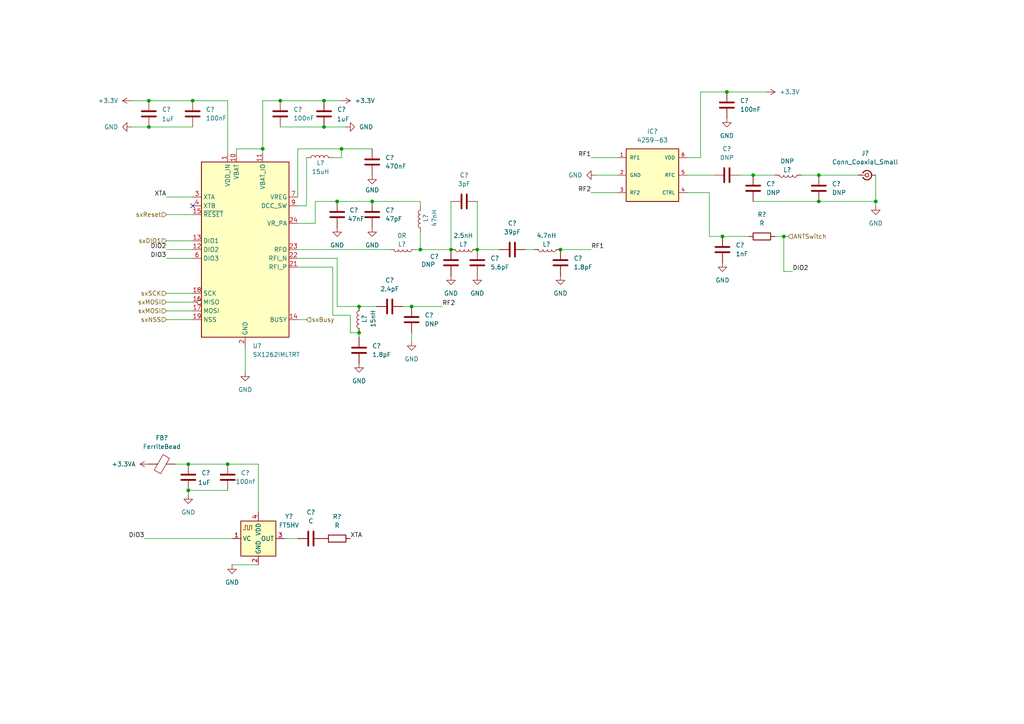
<source format=kicad_sch>
(kicad_sch (version 20250114) (generator "eeschema") (generator_version "9.0")
  (paper "A4")
  (lib_symbols
    (symbol "4259-63:4259-63" (pin_names (offset 1.016))
      (property "Reference" "IC" (at -7.62 10.16 0))
      (property "Value" "4259-63" (at 0 -10.16 0))
      (symbol "4259-63_0_0"
        (rectangle (start -7.62 -7.62) (end 7.62 7.62) (stroke (width 0.254)) (fill (type background)))
        (pin bidirectional line (at -10.16 5.08 0) (length 2.54) (name "RF1") (number "1"))
        (pin bidirectional line (at -10.16 0 0) (length 2.54) (name "GND") (number "2"))
        (pin bidirectional line (at -10.16 -5.08 0) (length 2.54) (name "RF2") (number "3"))
        (pin bidirectional line (at 10.16 5.08 180) (length 2.54) (name "VDD") (number "6"))
        (pin bidirectional line (at 10.16 0 180) (length 2.54) (name "RFC") (number "5"))
        (pin bidirectional line (at 10.16 -5.08 180) (length 2.54) (name "CTRL") (number "4"))
      )
    )
    (symbol "Connector:Conn_Coaxial_Small" (pin_numbers (hide yes)) (pin_names (offset 1.016) (hide yes))
      (property "Reference" "J" (at 0.254 3.048 0))
      (property "Value" "Conn_Coaxial_Small" (at 0 -3.81 0))
      (symbol "Conn_Coaxial_Small_0_1"
        (polyline (pts (xy -2.54 0) (xy -0.508 0)))
        (circle (center 0 0) (radius 0.508) (stroke (width 0.2032)))
      )
      (symbol "Conn_Coaxial_Small_1_1"
        (arc (start 1.3484 0.0039) (mid 0.327 -1.308) (end -1.1916 -0.6311) (stroke (width 0.3048)))
        (arc (start -1.1916 0.6311) (mid 0.327 1.3081) (end 1.3484 -0.0039) (stroke (width 0.3048)))
        (pin passive line (at -2.54 0 0) (length 1.27) (name "In") (number "1"))
        (pin passive line (at 2.54 0 180) (length 1.27) (name "Ext") (number "2"))
      )
    )
    (symbol "Device:C" (pin_numbers (hide yes)) (pin_names (offset 0.254))
      (property "Reference" "C" (at 0.635 2.54 0))
      (property "Value" "C" (at 0.635 -2.54 0))
      (symbol "C_0_1"
        (polyline (pts (xy -2.032 0.762) (xy 2.032 0.762)) (stroke (width 0.508)))
        (polyline (pts (xy -2.032 -0.762) (xy 2.032 -0.762)) (stroke (width 0.508)))
      )
      (symbol "C_1_1"
        (pin passive line (at 0 3.81 270) (length 2.794) (name "~") (number "1"))
        (pin passive line (at 0 -3.81 90) (length 2.794) (name "~") (number "2"))
      )
    )
    (symbol "Device:FerriteBead" (pin_numbers (hide yes)) (pin_names (offset 0))
      (property "Reference" "FB" (at -3.81 0.635 90))
      (property "Value" "FerriteBead" (at 3.81 0 90))
      (symbol "FerriteBead_0_1"
        (polyline (pts (xy -2.7686 0.4064) (xy -1.7018 2.2606) (xy 2.7686 -0.3048) (xy 1.6764 -2.159) (xy -2.7686 0.4064)))
        (polyline (pts (xy 0 1.27) (xy 0 1.2954)))
        (polyline (pts (xy 0 -1.27) (xy 0 -1.2192)))
      )
      (symbol "FerriteBead_1_1"
        (pin passive line (at 0 3.81 270) (length 2.54) (name "~") (number "1"))
        (pin passive line (at 0 -3.81 90) (length 2.54) (name "~") (number "2"))
      )
    )
    (symbol "Device:L" (pin_numbers (hide yes)) (pin_names (offset 1.016) (hide yes))
      (property "Reference" "L" (at -1.27 0 90))
      (property "Value" "L" (at 1.905 0 90))
      (symbol "L_0_1"
        (arc (start 0 2.54) (mid 0.6323 1.905) (end 0 1.27))
        (arc (start 0 1.27) (mid 0.6323 0.635) (end 0 0))
        (arc (start 0 0) (mid 0.6323 -0.635) (end 0 -1.27))
        (arc (start 0 -1.27) (mid 0.6323 -1.905) (end 0 -2.54))
      )
      (symbol "L_1_1"
        (pin passive line (at 0 3.81 270) (length 1.27) (name "1") (number "1"))
        (pin passive line (at 0 -3.81 90) (length 1.27) (name "2") (number "2"))
      )
    )
    (symbol "Device:R" (pin_numbers (hide yes)) (pin_names (offset 0))
      (property "Reference" "R" (at 2.032 0 90))
      (property "Value" "R" (at 0 0 90))
      (symbol "R_0_1"
        (rectangle (start -1.016 -2.54) (end 1.016 2.54) (stroke (width 0.254)))
      )
      (symbol "R_1_1"
        (pin passive line (at 0 3.81 270) (length 1.27) (name "~") (number "1"))
        (pin passive line (at 0 -3.81 90) (length 1.27) (name "~") (number "2"))
      )
    )
    (symbol "Oscillator:FT5HV"
      (property "Reference" "Y" (at 5.08 11.43 0))
      (property "Value" "FT5HV" (at 6.35 8.89 0))
      (symbol "FT5HV_0_1"
        (rectangle (start -5.08 5.08) (end 5.08 -5.08) (stroke (width 0.254)) (fill (type background)))
        (polyline (pts (xy -4.445 2.54) (xy -3.81 2.54) (xy -3.81 3.81) (xy -3.175 3.81) (xy -3.175 2.54) (xy -2.54 2.54) (xy -2.54 3.81) (xy -1.905 3.81) (xy -1.905 2.54)))
      )
      (symbol "FT5HV_1_1"
        (pin input line (at -7.62 0 0) (length 2.54) (name "VC") (number "1"))
        (pin power_in line (at 0 7.62 270) (length 2.54) (name "VDD") (number "4"))
        (pin power_in line (at 0 -7.62 90) (length 2.54) (name "GND") (number "2"))
        (pin output line (at 7.62 0 180) (length 2.54) (name "OUT") (number "3"))
      )
    )
    (symbol "RF:SX1262IMLTRT"
      (property "Reference" "U" (at 13.97 24.13 0))
      (property "Value" "SX1262IMLTRT" (at 13.97 21.59 0))
      (symbol "SX1262IMLTRT_0_1"
        (rectangle (start -12.7 25.4) (end 12.7 -25.4) (stroke (width 0.254)) (fill (type background)))
      )
      (symbol "SX1262IMLTRT_1_1"
        (pin bidirectional line (at -15.24 15.24 0) (length 2.54) (name "XTA") (number "3"))
        (pin bidirectional line (at -15.24 12.7 0) (length 2.54) (name "XTB") (number "4"))
        (pin input line (at -15.24 10.16 0) (length 2.54) (name "~{RESET}") (number "15"))
        (pin bidirectional line (at -15.24 2.54 0) (length 2.54) (name "DIO1") (number "13"))
        (pin bidirectional line (at -15.24 0 0) (length 2.54) (name "DIO2") (number "12"))
        (pin bidirectional line (at -15.24 -2.54 0) (length 2.54) (name "DIO3") (number "6"))
        (pin input line (at -15.24 -12.7 0) (length 2.54) (name "SCK") (number "18"))
        (pin tri_state inverted (at -15.24 -15.24 0) (length 2.54) (name "MISO") (number "16"))
        (pin input line (at -15.24 -17.78 0) (length 2.54) (name "MOSI") (number "17"))
        (pin input line (at -15.24 -20.32 0) (length 2.54) (name "NSS") (number "19"))
        (pin power_in line (at -5.08 27.94 270) (length 2.54) (name "VDD_IN") (number "1"))
        (pin power_in line (at -2.54 27.94 270) (length 2.54) (name "VBAT") (number "10"))
        (pin power_in line (at 0 -27.94 90) (length 2.54) (name "GND") (number "2"))
        (pin passive line (at 0 -27.94 90) (length 2.54) (hide yes) (name "GND") (number "20"))
        (pin passive line (at 0 -27.94 90) (length 2.54) (hide yes) (name "GND") (number "25"))
        (pin passive line (at 0 -27.94 90) (length 2.54) (hide yes) (name "GND") (number "5"))
        (pin passive line (at 0 -27.94 90) (length 2.54) (hide yes) (name "GND") (number "8"))
        (pin power_in line (at 5.08 27.94 270) (length 2.54) (name "VBAT_IO") (number "11"))
        (pin power_out line (at 15.24 15.24 180) (length 2.54) (name "VREG") (number "7"))
        (pin power_out line (at 15.24 12.7 180) (length 2.54) (name "DCC_SW") (number "9"))
        (pin power_out line (at 15.24 7.62 180) (length 2.54) (name "VR_PA") (number "24"))
        (pin output line (at 15.24 0 180) (length 2.54) (name "RFO") (number "23"))
        (pin input line (at 15.24 -2.54 180) (length 2.54) (name "RFI_N") (number "22"))
        (pin input line (at 15.24 -5.08 180) (length 2.54) (name "RFI_P") (number "21"))
        (pin output line (at 15.24 -20.32 180) (length 2.54) (name "BUSY") (number "14"))
      )
    )
    (symbol "power:+3.3V" (power) (pin_numbers (hide yes)) (pin_names (offset 0) (hide yes))
      (property "Value" "+3.3V" (at 0 3.556 0))
      (symbol "+3.3V_0_1"
        (polyline (pts (xy -0.762 1.27) (xy 0 2.54)))
        (polyline (pts (xy 0 2.54) (xy 0.762 1.27)))
        (polyline (pts (xy 0 0) (xy 0 2.54)))
      )
      (symbol "+3.3V_1_1"
        (pin power_in line (at 0 0 90) (length 0) (name "~") (number "1"))
      )
    )
    (symbol "power:+3.3VA" (power) (pin_numbers (hide yes)) (pin_names (offset 0) (hide yes))
      (property "Value" "+3.3VA" (at 0 3.556 0))
      (symbol "+3.3VA_0_1"
        (polyline (pts (xy -0.762 1.27) (xy 0 2.54)))
        (polyline (pts (xy 0 2.54) (xy 0.762 1.27)))
        (polyline (pts (xy 0 0) (xy 0 2.54)))
      )
      (symbol "+3.3VA_1_1"
        (pin power_in line (at 0 0 90) (length 0) (name "~") (number "1"))
      )
    )
    (symbol "power:GND" (power) (pin_numbers (hide yes)) (pin_names (offset 0) (hide yes))
      (property "Value" "GND" (at 0 -3.81 0))
      (symbol "GND_0_1"
        (polyline (pts (xy 0 0) (xy 0 -1.27) (xy 1.27 -1.27) (xy 0 -2.54) (xy -1.27 -1.27) (xy 0 -1.27)))
      )
      (symbol "GND_1_1"
        (pin power_in line (at 0 0 270) (length 0) (name "~") (number "1"))
      )
    )
  )
  (junction (at 99.06 43.18))
  (junction (at 254 58.42))
  (junction (at 209.55 68.58))
  (junction (at 130.81 72.39))
  (junction (at 81.28 29.21))
  (junction (at 93.98 36.83))
  (junction (at 104.14 88.9))
  (junction (at 121.92 72.39))
  (junction (at 93.98 29.21))
  (junction (at 54.61 142.24))
  (junction (at 43.18 29.21))
  (junction (at 237.49 50.8))
  (junction (at 55.88 29.21))
  (junction (at 54.61 134.62))
  (junction (at 237.49 58.42))
  (junction (at 210.82 26.67))
  (junction (at 43.18 36.83))
  (junction (at 218.44 50.8))
  (junction (at 76.2 43.18))
  (junction (at 104.14 96.52))
  (junction (at 66.04 134.62))
  (junction (at 162.56 72.39))
  (junction (at 97.79 58.42))
  (junction (at 107.95 58.42))
  (junction (at 119.38 88.9))
  (junction (at 138.43 72.39))
  (junction (at 227.33 68.58))
  (no_connect (at 55.88 59.69))
  (wire (pts (xy 120.65 72.39) (xy 121.92 72.39)))
  (wire (pts (xy 68.58 43.18) (xy 76.2 43.18)))
  (wire (pts (xy 88.9 45.72) (xy 88.9 59.69)))
  (wire (pts (xy 86.36 156.21) (xy 82.55 156.21)))
  (wire (pts (xy 171.45 45.72) (xy 179.07 45.72)))
  (wire (pts (xy 254 59.69) (xy 254 58.42)))
  (wire (pts (xy 54.61 134.62) (xy 66.04 134.62)))
  (wire (pts (xy 88.9 92.71) (xy 86.36 92.71)))
  (wire (pts (xy 172.72 50.8) (xy 179.07 50.8)))
  (wire (pts (xy 91.44 64.77) (xy 91.44 58.42)))
  (wire (pts (xy 107.95 58.42) (xy 121.92 58.42)))
  (wire (pts (xy 48.26 85.09) (xy 55.88 85.09)))
  (wire (pts (xy 97.79 88.9) (xy 104.14 88.9)))
  (wire (pts (xy 86.36 72.39) (xy 113.03 72.39)))
  (wire (pts (xy 207.01 50.8) (xy 199.39 50.8)))
  (wire (pts (xy 205.74 68.58) (xy 209.55 68.58)))
  (wire (pts (xy 86.36 43.18) (xy 86.36 57.15)))
  (wire (pts (xy 104.14 88.9) (xy 109.22 88.9)))
  (wire (pts (xy 199.39 45.72) (xy 203.2 45.72)))
  (wire (pts (xy 93.98 36.83) (xy 81.28 36.83)))
  (wire (pts (xy 81.28 29.21) (xy 93.98 29.21)))
  (wire (pts (xy 38.1 29.21) (xy 43.18 29.21)))
  (wire (pts (xy 48.26 87.63) (xy 55.88 87.63)))
  (wire (pts (xy 66.04 44.45) (xy 66.04 29.21)))
  (wire (pts (xy 119.38 99.06) (xy 119.38 96.52)))
  (wire (pts (xy 41.91 156.21) (xy 67.31 156.21)))
  (wire (pts (xy 119.38 88.9) (xy 128.27 88.9)))
  (wire (pts (xy 138.43 58.42) (xy 138.43 72.39)))
  (wire (pts (xy 229.87 78.74) (xy 227.33 78.74)))
  (wire (pts (xy 96.52 45.72) (xy 99.06 45.72)))
  (wire (pts (xy 91.44 58.42) (xy 97.79 58.42)))
  (wire (pts (xy 100.33 36.83) (xy 93.98 36.83)))
  (wire (pts (xy 54.61 142.24) (xy 66.04 142.24)))
  (wire (pts (xy 48.26 74.93) (xy 55.88 74.93)))
  (wire (pts (xy 203.2 45.72) (xy 203.2 26.67)))
  (wire (pts (xy 86.36 64.77) (xy 91.44 64.77)))
  (wire (pts (xy 48.26 92.71) (xy 55.88 92.71)))
  (wire (pts (xy 66.04 134.62) (xy 74.93 134.62)))
  (wire (pts (xy 97.79 88.9) (xy 97.79 74.93)))
  (wire (pts (xy 67.31 163.83) (xy 74.93 163.83)))
  (wire (pts (xy 227.33 78.74) (xy 227.33 68.58)))
  (wire (pts (xy 76.2 29.21) (xy 81.28 29.21)))
  (wire (pts (xy 228.6 68.58) (xy 227.33 68.58)))
  (wire (pts (xy 227.33 68.58) (xy 224.79 68.58)))
  (wire (pts (xy 99.06 43.18) (xy 107.95 43.18)))
  (wire (pts (xy 162.56 72.39) (xy 171.45 72.39)))
  (wire (pts (xy 97.79 74.93) (xy 86.36 74.93)))
  (wire (pts (xy 48.26 57.15) (xy 55.88 57.15)))
  (wire (pts (xy 99.06 45.72) (xy 99.06 43.18)))
  (wire (pts (xy 210.82 26.67) (xy 222.25 26.67)))
  (wire (pts (xy 218.44 58.42) (xy 237.49 58.42)))
  (wire (pts (xy 86.36 43.18) (xy 99.06 43.18)))
  (wire (pts (xy 43.18 36.83) (xy 55.88 36.83)))
  (wire (pts (xy 101.6 96.52) (xy 104.14 96.52)))
  (wire (pts (xy 237.49 50.8) (xy 248.92 50.8)))
  (wire (pts (xy 130.81 58.42) (xy 130.81 72.39)))
  (wire (pts (xy 96.52 91.44) (xy 96.52 77.47)))
  (wire (pts (xy 116.84 88.9) (xy 119.38 88.9)))
  (wire (pts (xy 38.1 36.83) (xy 43.18 36.83)))
  (wire (pts (xy 93.98 29.21) (xy 99.06 29.21)))
  (wire (pts (xy 54.61 142.24) (xy 54.61 143.51)))
  (wire (pts (xy 97.79 58.42) (xy 107.95 58.42)))
  (wire (pts (xy 48.26 72.39) (xy 55.88 72.39)))
  (wire (pts (xy 171.45 55.88) (xy 179.07 55.88)))
  (wire (pts (xy 205.74 55.88) (xy 205.74 68.58)))
  (wire (pts (xy 74.93 134.62) (xy 74.93 148.59)))
  (wire (pts (xy 76.2 44.45) (xy 76.2 43.18)))
  (wire (pts (xy 154.94 72.39) (xy 152.4 72.39)))
  (wire (pts (xy 209.55 68.58) (xy 217.17 68.58)))
  (wire (pts (xy 237.49 58.42) (xy 254 58.42)))
  (wire (pts (xy 203.2 26.67) (xy 210.82 26.67)))
  (wire (pts (xy 121.92 72.39) (xy 130.81 72.39)))
  (wire (pts (xy 76.2 43.18) (xy 76.2 29.21)))
  (wire (pts (xy 254 58.42) (xy 254 50.8)))
  (wire (pts (xy 232.41 50.8) (xy 237.49 50.8)))
  (wire (pts (xy 48.26 90.17) (xy 55.88 90.17)))
  (wire (pts (xy 96.52 91.44) (xy 101.6 91.44)))
  (wire (pts (xy 50.8 134.62) (xy 54.61 134.62)))
  (wire (pts (xy 104.14 96.52) (xy 104.14 97.79)))
  (wire (pts (xy 66.04 29.21) (xy 55.88 29.21)))
  (wire (pts (xy 138.43 72.39) (xy 144.78 72.39)))
  (wire (pts (xy 199.39 55.88) (xy 205.74 55.88)))
  (wire (pts (xy 68.58 44.45) (xy 68.58 43.18)))
  (wire (pts (xy 121.92 67.31) (xy 121.92 72.39)))
  (wire (pts (xy 121.92 58.42) (xy 121.92 59.69)))
  (wire (pts (xy 218.44 50.8) (xy 214.63 50.8)))
  (wire (pts (xy 88.9 59.69) (xy 86.36 59.69)))
  (wire (pts (xy 48.26 62.23) (xy 55.88 62.23)))
  (wire (pts (xy 71.12 100.33) (xy 71.12 107.95)))
  (wire (pts (xy 48.26 69.85) (xy 55.88 69.85)))
  (wire (pts (xy 101.6 91.44) (xy 101.6 96.52)))
  (wire (pts (xy 43.18 29.21) (xy 55.88 29.21)))
  (wire (pts (xy 96.52 77.47) (xy 86.36 77.47)))
  (wire (pts (xy 224.79 50.8) (xy 218.44 50.8)))
  (label "RF1" (at 171.45 45.72 180))
  (label "DIO2" (at 229.87 78.74 0))
  (label "DIO3" (at 48.26 74.93 180))
  (label "XTA" (at 101.6 156.21 0))
  (label "DIO3" (at 41.91 156.21 180))
  (label "RF2" (at 128.27 88.9 0))
  (label "DIO2" (at 48.26 72.39 180))
  (label "RF1" (at 171.45 72.39 0))
  (label "RF2" (at 171.45 55.88 180))
  (label "XTA" (at 48.26 57.15 180))
  (hierarchical_label "sxMOSI" (shape input) (at 48.26 87.63 180))
  (hierarchical_label "sxMOSI" (shape input) (at 48.26 90.17 180))
  (hierarchical_label "sxBusy" (shape input) (at 88.9 92.71 0))
  (hierarchical_label "sxDIO1" (shape input) (at 48.26 69.85 180))
  (hierarchical_label "sxNSS" (shape input) (at 48.26 92.71 180))
  (hierarchical_label "sxSCK" (shape input) (at 48.26 85.09 180))
  (hierarchical_label "ANTSwitch" (shape input) (at 228.6 68.58 0))
  (hierarchical_label "sxReset" (shape input) (at 48.26 62.23 180))
  (symbol (lib_id "power:+3.3V") (at 38.1 29.21 90) (unit 1)
    (property "Reference" "#PWR?" (effects (hide yes)))
    (property "Value" "+3.3V" (at 34.29 29.2099 90) (effects (justify left)))
    (property "Description" "Power symbol creates a global label with name \"+3.3V\"" (effects (hide yes)))
  )
  (symbol (lib_id "Connector:Conn_Coaxial_Small") (at 251.46 50.8 0) (unit 1)
    (property "Reference" "J?" (at 250.9404 44.45 0))
    (property "Value" "Conn_Coaxial_Small" (at 250.9404 46.99 0))
    (property "Footprint" "Connector_Coaxial:SMA_Amphenol_132291_Vertical" (effects (hide yes)))
    (property "Description" "small coaxial connector (BNC, SMA, SMB, SMC, Cinch/RCA, LEMO, ...)" (effects (hide yes)))
    (property "LCSC Part" "C3172376" (effects (hide yes)))
  )
  (symbol (lib_id "Device:C") (at 104.14 101.6 0) (unit 1)
    (property "Reference" "C?" (at 107.95 100.3299 0) (effects (justify left)))
    (property "Value" "1.8pF" (at 107.95 102.8699 0) (effects (justify left)))
    (property "Description" "Unpolarized capacitor" (effects (hide yes)))
  )
  (symbol (lib_id "Device:C") (at 90.17 156.21 90) (unit 1)
    (property "Reference" "C?" (at 90.17 148.59 90))
    (property "Value" "C" (at 90.17 151.13 90))
    (property "Description" "Unpolarized capacitor" (effects (hide yes)))
  )
  (symbol (lib_id "Device:C") (at 107.95 62.23 0) (unit 1)
    (property "Reference" "C?" (at 111.76 60.9599 0) (effects (justify left)))
    (property "Value" "47pF" (at 111.76 63.4999 0) (effects (justify left)))
    (property "Description" "Unpolarized capacitor" (effects (hide yes)))
  )
  (symbol (lib_id "power:GND") (at 67.31 163.83 0) (unit 1)
    (property "Reference" "#PWR?" (effects (hide yes)))
    (property "Value" "GND" (at 67.31 168.91 0))
    (property "Description" "Power symbol creates a global label with name \"GND\" , ground" (effects (hide yes)))
  )
  (symbol (lib_id "Device:C") (at 130.81 76.2 0) (unit 1)
    (property "Reference" "C?" (at 124.714 74.422 0) (effects (justify left)))
    (property "Value" "DNP" (at 122.174 76.708 0) (effects (justify left)))
    (property "Description" "Unpolarized capacitor" (effects (hide yes)))
  )
  (symbol (lib_id "power:GND") (at 138.43 80.01 0) (unit 1)
    (property "Reference" "#PWR?" (effects (hide yes)))
    (property "Value" "GND" (at 138.43 85.09 0))
    (property "Description" "Power symbol creates a global label with name \"GND\" , ground" (effects (hide yes)))
  )
  (symbol (lib_id "Device:C") (at 93.98 33.02 0) (unit 1)
    (property "Reference" "C?" (at 97.79 31.7499 0) (effects (justify left)))
    (property "Value" "1uF" (at 101.346 34.544 0) (effects (justify right)))
    (property "Description" "Unpolarized capacitor" (effects (hide yes)))
  )
  (symbol (lib_id "power:GND") (at 71.12 107.95 0) (unit 1)
    (property "Reference" "#PWR?" (effects (hide yes)))
    (property "Value" "GND" (at 71.12 113.03 0))
    (property "Description" "Power symbol creates a global label with name \"GND\" , ground" (effects (hide yes)))
  )
  (symbol (lib_id "Device:L") (at 92.71 45.72 90) (unit 1)
    (property "Reference" "L?" (at 92.964 47.244 90))
    (property "Value" "15uH" (at 92.964 49.784 90))
    (property "Description" "Inductor" (effects (hide yes)))
  )
  (symbol (lib_id "Device:C") (at 55.88 33.02 0) (unit 1)
    (property "Reference" "C?" (at 59.69 31.7499 0) (effects (justify left)))
    (property "Value" "100nF" (at 59.69 34.2899 0) (effects (justify left)))
    (property "Description" "Unpolarized capacitor" (effects (hide yes)))
  )
  (symbol (lib_id "Device:C") (at 107.95 46.99 0) (unit 1)
    (property "Reference" "C?" (at 111.76 45.7199 0) (effects (justify left)))
    (property "Value" "470nF" (at 111.76 48.2599 0) (effects (justify left)))
    (property "Description" "Unpolarized capacitor" (effects (hide yes)))
  )
  (symbol (lib_id "Device:L") (at 158.75 72.39 270) (unit 1)
    (property "Reference" "L?" (at 158.496 70.866 90))
    (property "Value" "4.7nH" (at 158.496 68.326 90))
    (property "Description" "Inductor" (effects (hide yes)))
  )
  (symbol (lib_id "Device:C") (at 81.28 33.02 0) (unit 1)
    (property "Reference" "C?" (at 85.09 31.7499 0) (effects (justify left)))
    (property "Value" "100nF" (at 85.09 34.2899 0) (effects (justify left)))
    (property "Description" "Unpolarized capacitor" (effects (hide yes)))
  )
  (symbol (lib_id "Device:R") (at 97.79 156.21 90) (unit 1)
    (property "Reference" "R?" (at 97.79 149.86 90))
    (property "Value" "R" (at 97.79 152.4 90))
    (property "Description" "Resistor" (effects (hide yes)))
  )
  (symbol (lib_id "Device:L") (at 121.92 63.5 180) (unit 1)
    (property "Reference" "L?" (at 123.444 63.246 90))
    (property "Value" "47nH" (at 125.984 63.246 90))
    (property "Description" "Inductor" (effects (hide yes)))
  )
  (symbol (lib_id "RF:SX1262IMLTRT") (at 71.12 72.39 0) (unit 1)
    (property "Reference" "U?" (at 73.2633 100.33 0) (effects (justify left)))
    (property "Value" "SX1262IMLTRT" (at 73.2633 102.87 0) (effects (justify left)))
    (property "Footprint" "Package_DFN_QFN:QFN-24-1EP_4x4mm_P0.5mm_EP2.6x2.6mm" (effects (hide yes)))
    (property "Datasheet" "https://semtech.file.force.com/sfc/dist/version/download/?oid=00DE0000000JelG&ids=0682R00000IjPWSQA3&d=%2Fa%2F2R000000Un7F%2FyT.fKdAr9ZAo3cJLc4F2cBdUsMftpT2vsOICP7NmvMo" (effects (hide yes)))
    (property "Description" "150 MHz to 960 MHz Low Power Long Range Transceiver, 22dBm output power, spreading factor from 5 to 12, LoRA, QFN-24" (effects (hide yes)))
    (property "LCSC Part" "C191341" (effects (hide yes)))
  )
  (symbol (lib_id "power:GND") (at 107.95 50.8 0) (unit 1)
    (property "Reference" "#PWR?" (effects (hide yes)))
    (property "Value" "GND" (at 107.95 55.118 0))
    (property "Description" "Power symbol creates a global label with name \"GND\" , ground" (effects (hide yes)))
  )
  (symbol (lib_id "power:GND") (at 210.82 34.29 0) (unit 1)
    (property "Reference" "#PWR?" (effects (hide yes)))
    (property "Value" "GND" (at 210.82 39.37 0))
    (property "Description" "Power symbol creates a global label with name \"GND\" , ground" (effects (hide yes)))
  )
  (symbol (lib_id "Device:C") (at 54.61 138.43 0) (unit 1)
    (property "Reference" "C?" (at 58.42 137.1599 0) (effects (justify left)))
    (property "Value" "1uF" (at 57.404 139.954 0) (effects (justify left)))
    (property "Description" "Unpolarized capacitor" (effects (hide yes)))
  )
  (symbol (lib_id "Device:L") (at 116.84 72.39 270) (unit 1)
    (property "Reference" "L?" (at 116.586 70.866 90))
    (property "Value" "0R" (at 116.586 68.326 90))
    (property "Description" "Inductor" (effects (hide yes)))
  )
  (symbol (lib_id "Device:C") (at 134.62 58.42 90) (unit 1)
    (property "Reference" "C?" (at 134.62 50.8 90))
    (property "Value" "3pF" (at 134.62 53.34 90))
    (property "Description" "Unpolarized capacitor" (effects (hide yes)))
  )
  (symbol (lib_id "Device:C") (at 210.82 50.8 90) (unit 1)
    (property "Reference" "C?" (at 210.82 43.18 90))
    (property "Value" "DNP" (at 210.82 45.72 90))
    (property "Description" "Unpolarized capacitor" (effects (hide yes)))
  )
  (symbol (lib_id "Device:L") (at 134.62 72.39 270) (unit 1)
    (property "Reference" "L?" (at 134.366 70.866 90))
    (property "Value" "2.5nH" (at 134.366 68.326 90))
    (property "Description" "Inductor" (effects (hide yes)))
  )
  (symbol (lib_id "power:GND") (at 172.72 50.8 270) (unit 1)
    (property "Reference" "#PWR?" (effects (hide yes)))
    (property "Value" "GND" (at 168.91 50.7999 90) (effects (justify right)))
    (property "Description" "Power symbol creates a global label with name \"GND\" , ground" (effects (hide yes)))
  )
  (symbol (lib_id "Device:C") (at 66.04 138.43 0) (unit 1)
    (property "Reference" "C?" (at 69.85 137.1599 0) (effects (justify left)))
    (property "Value" "100nf" (at 68.326 139.7 0) (effects (justify left)))
    (property "Description" "Unpolarized capacitor" (effects (hide yes)))
  )
  (symbol (lib_id "Device:C") (at 43.18 33.02 0) (unit 1)
    (property "Reference" "C?" (at 46.99 31.7499 0) (effects (justify left)))
    (property "Value" "1uF" (at 50.546 34.544 0) (effects (justify right)))
    (property "Description" "Unpolarized capacitor" (effects (hide yes)))
  )
  (symbol (lib_id "power:GND") (at 38.1 36.83 270) (unit 1)
    (property "Reference" "#PWR?" (effects (hide yes)))
    (property "Value" "GND" (at 34.29 36.8299 90) (effects (justify right)))
    (property "Description" "Power symbol creates a global label with name \"GND\" , ground" (effects (hide yes)))
  )
  (symbol (lib_id "Device:C") (at 210.82 30.48 180) (unit 1)
    (property "Reference" "C?" (at 214.63 29.2099 0) (effects (justify right)))
    (property "Value" "100nF" (at 214.63 31.7499 0) (effects (justify right)))
    (property "Description" "Unpolarized capacitor" (effects (hide yes)))
  )
  (symbol (lib_id "Device:C") (at 97.79 62.23 0) (unit 1)
    (property "Reference" "C?" (at 101.346 60.96 0) (effects (justify left)))
    (property "Value" "47nF" (at 100.838 63.5 0) (effects (justify left)))
    (property "Description" "Unpolarized capacitor" (effects (hide yes)))
  )
  (symbol (lib_id "Device:C") (at 209.55 72.39 180) (unit 1)
    (property "Reference" "C?" (at 213.36 71.1199 0) (effects (justify right)))
    (property "Value" "1nF" (at 213.36 73.6599 0) (effects (justify right)))
    (property "Description" "Unpolarized capacitor" (effects (hide yes)))
  )
  (symbol (lib_id "power:GND") (at 100.33 36.83 90) (unit 1)
    (property "Reference" "#PWR?" (effects (hide yes)))
    (property "Value" "GND" (at 104.14 36.8299 90) (effects (justify right)))
    (property "Description" "Power symbol creates a global label with name \"GND\" , ground" (effects (hide yes)))
  )
  (symbol (lib_id "Device:L") (at 228.6 50.8 270) (unit 1)
    (property "Reference" "L?" (at 228.346 49.276 90))
    (property "Value" "DNP" (at 228.346 46.736 90))
    (property "Description" "Inductor" (effects (hide yes)))
  )
  (symbol (lib_id "power:+3.3VA") (at 43.18 134.62 90) (unit 1)
    (property "Reference" "#PWR?" (effects (hide yes)))
    (property "Value" "+3.3VA" (at 39.37 134.6199 90) (effects (justify left)))
    (property "Description" "Power symbol creates a global label with name \"+3.3VA\"" (effects (hide yes)))
  )
  (symbol (lib_id "Device:C") (at 119.38 92.71 0) (unit 1)
    (property "Reference" "C?" (at 123.19 91.4399 0) (effects (justify left)))
    (property "Value" "DNP" (at 123.19 93.9799 0) (effects (justify left)))
    (property "Description" "Unpolarized capacitor" (effects (hide yes)))
  )
  (symbol (lib_id "power:GND") (at 119.38 99.06 0) (unit 1)
    (property "Reference" "#PWR?" (effects (hide yes)))
    (property "Value" "GND" (at 119.38 104.14 0))
    (property "Description" "Power symbol creates a global label with name \"GND\" , ground" (effects (hide yes)))
  )
  (symbol (lib_id "power:GND") (at 97.79 66.04 0) (unit 1)
    (property "Reference" "#PWR?" (effects (hide yes)))
    (property "Value" "GND" (at 97.79 71.12 0))
    (property "Description" "Power symbol creates a global label with name \"GND\" , ground" (effects (hide yes)))
  )
  (symbol (lib_id "Device:C") (at 162.56 76.2 180) (unit 1)
    (property "Reference" "C?" (at 166.37 74.9299 0) (effects (justify right)))
    (property "Value" "1.8pF" (at 166.37 77.4699 0) (effects (justify right)))
    (property "Description" "Unpolarized capacitor" (effects (hide yes)))
  )
  (symbol (lib_id "Device:L") (at 104.14 92.71 180) (unit 1)
    (property "Reference" "L?" (at 105.664 92.456 90))
    (property "Value" "15nH" (at 108.204 92.456 90))
    (property "Description" "Inductor" (effects (hide yes)))
  )
  (symbol (lib_id "power:GND") (at 54.61 143.51 0) (unit 1)
    (property "Reference" "#PWR?" (effects (hide yes)))
    (property "Value" "GND" (at 54.61 148.59 0))
    (property "Description" "Power symbol creates a global label with name \"GND\" , ground" (effects (hide yes)))
  )
  (symbol (lib_id "Device:C") (at 218.44 54.61 180) (unit 1)
    (property "Reference" "C?" (at 222.25 53.3399 0) (effects (justify right)))
    (property "Value" "DNP" (at 222.25 55.8799 0) (effects (justify right)))
    (property "Description" "Unpolarized capacitor" (effects (hide yes)))
  )
  (symbol (lib_id "power:GND") (at 107.95 66.04 0) (unit 1)
    (property "Reference" "#PWR?" (effects (hide yes)))
    (property "Value" "GND" (at 107.95 71.12 0))
    (property "Description" "Power symbol creates a global label with name \"GND\" , ground" (effects (hide yes)))
  )
  (symbol (lib_id "power:GND") (at 209.55 76.2 0) (unit 1)
    (property "Reference" "#PWR?" (effects (hide yes)))
    (property "Value" "GND" (at 209.55 81.28 0))
    (property "Description" "Power symbol creates a global label with name \"GND\" , ground" (effects (hide yes)))
  )
  (symbol (lib_id "power:GND") (at 254 59.69 0) (unit 1)
    (property "Reference" "#PWR?" (effects (hide yes)))
    (property "Value" "GND" (at 254 64.77 0))
    (property "Description" "Power symbol creates a global label with name \"GND\" , ground" (effects (hide yes)))
  )
  (symbol (lib_id "Device:C") (at 138.43 76.2 0) (unit 1)
    (property "Reference" "C?" (at 142.24 74.9299 0) (effects (justify left)))
    (property "Value" "5.6pF" (at 142.24 77.4699 0) (effects (justify left)))
    (property "Description" "Unpolarized capacitor" (effects (hide yes)))
  )
  (symbol (lib_id "Device:R") (at 220.98 68.58 90) (unit 1)
    (property "Reference" "R?" (at 220.98 62.23 90))
    (property "Value" "R" (at 220.98 64.77 90))
    (property "Description" "Resistor" (effects (hide yes)))
  )
  (symbol (lib_id "4259-63:4259-63") (at 189.23 50.8 0) (unit 1)
    (property "Reference" "IC?" (at 189.23 38.1 0))
    (property "Value" "4259-63" (at 189.23 40.64 0))
    (property "Footprint" "4259-63:SC-70-6" (effects (hide yes)))
    (property "MF" "pSemi" (effects (hide yes)))
    (property "Description_1" "RF Switch IC General Purpose SPDT 3 GHz 50Ohm SC-70-6" (effects (hide yes)))
    (property "Package" "SOT-363 Peregrine Semiconductor" (effects (hide yes)))
    (property "Price" "None" (effects (hide yes)))
    (property "SnapEDA_Link" "https://www.snapeda.com/parts/4259-63/pSemi/view-part/?ref=snap" (effects (hide yes)))
    (property "MP" "4259-63" (effects (hide yes)))
    (property "Purchase-URL" "https://www.snapeda.com/api/url_track_click_mouser/?unipart_id=903983&manufacturer=pSemi&part_name=4259-63&search_term=psemi pe4259-63" (effects (hide yes)))
    (property "Availability" "In Stock" (effects (hide yes)))
    (property "Check_prices" "https://www.snapeda.com/parts/4259-63/pSemi/view-part/?ref=eda" (effects (hide yes)))
    (property "LCSC Part" "C470892" (effects (hide yes)))
  )
  (symbol (lib_id "power:GND") (at 162.56 80.01 0) (unit 1)
    (property "Reference" "#PWR?" (effects (hide yes)))
    (property "Value" "GND" (at 162.56 85.09 0))
    (property "Description" "Power symbol creates a global label with name \"GND\" , ground" (effects (hide yes)))
  )
  (symbol (lib_id "Device:C") (at 237.49 54.61 180) (unit 1)
    (property "Reference" "C?" (at 241.3 53.3399 0) (effects (justify right)))
    (property "Value" "DNP" (at 241.3 55.8799 0) (effects (justify right)))
    (property "Description" "Unpolarized capacitor" (effects (hide yes)))
  )
  (symbol (lib_id "Oscillator:FT5HV") (at 74.93 156.21 0) (unit 1)
    (property "Reference" "Y?" (at 83.82 149.7898 0))
    (property "Value" "FT5HV" (at 83.82 152.3298 0))
    (property "Footprint" "Oscillator:Oscillator_SMD_Fox_FT5H_5.0x3.2mm" (effects (hide yes)))
    (property "Datasheet" "https://foxonline.com/wp-content/uploads/pdfs/T5HN_T5HV.pdf" (effects (hide yes)))
    (property "Description" "HCMOS temperature compensated voltage controlled oscillator" (effects (hide yes)))
    (property "LCSC Part" "C22381772" (effects (hide yes)))
  )
  (symbol (lib_id "Device:FerriteBead") (at 46.99 134.62 90) (unit 1)
    (property "Reference" "FB?" (at 46.9392 127 90))
    (property "Value" "FerriteBead" (at 46.9392 129.54 90))
    (property "Description" "Ferrite bead" (effects (hide yes)))
  )
  (symbol (lib_id "power:+3.3V") (at 222.25 26.67 270) (unit 1)
    (property "Reference" "#PWR?" (effects (hide yes)))
    (property "Value" "+3.3V" (at 226.06 26.6699 90) (effects (justify left)))
    (property "Description" "Power symbol creates a global label with name \"+3.3V\"" (effects (hide yes)))
  )
  (symbol (lib_id "power:GND") (at 130.81 80.01 0) (unit 1)
    (property "Reference" "#PWR?" (effects (hide yes)))
    (property "Value" "GND" (at 130.81 85.09 0))
    (property "Description" "Power symbol creates a global label with name \"GND\" , ground" (effects (hide yes)))
  )
  (symbol (lib_id "Device:C") (at 113.03 88.9 90) (unit 1)
    (property "Reference" "C?" (at 113.03 81.28 90))
    (property "Value" "2.4pF" (at 113.03 83.82 90))
    (property "Description" "Unpolarized capacitor" (effects (hide yes)))
  )
  (symbol (lib_id "power:+3.3V") (at 99.06 29.21 270) (unit 1)
    (property "Reference" "#PWR?" (effects (hide yes)))
    (property "Value" "+3.3V" (at 102.87 29.2101 90) (effects (justify left)))
    (property "Description" "Power symbol creates a global label with name \"+3.3V\"" (effects (hide yes)))
  )
  (symbol (lib_id "Device:C") (at 148.59 72.39 90) (unit 1)
    (property "Reference" "C?" (at 148.59 64.77 90))
    (property "Value" "39pF" (at 148.59 67.31 90))
    (property "Description" "Unpolarized capacitor" (effects (hide yes)))
  )
  (symbol (lib_id "power:GND") (at 104.14 105.41 0) (unit 1)
    (property "Reference" "#PWR?" (effects (hide yes)))
    (property "Value" "GND" (at 104.14 110.49 0))
    (property "Description" "Power symbol creates a global label with name \"GND\" , ground" (effects (hide yes)))
  )
)
</source>
